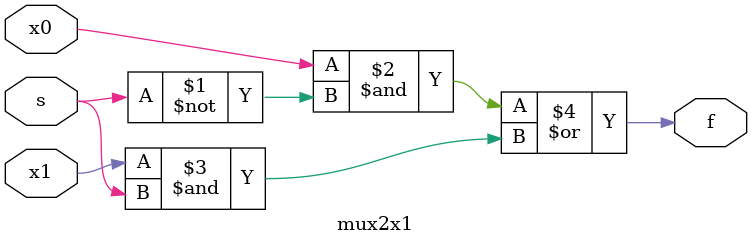
<source format=v>
`timescale 1ns / 1ps


module mux2x1(
    input x0, x1,
    input s,
    output f
    );
    
    assign f = x0 & ~s | x1 & s; // mux2x1 
    
endmodule

</source>
